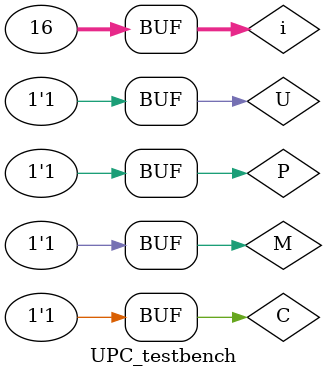
<source format=sv>

module UPC (U,P, C, M, Discounted, Stolen);
	input logic U,P,C,M;
	output logic Discounted,Stolen;
	logic Expensive;
	
	assign Discounted = P | (U & C);
	assign Expensive = ((~P) & U) | (~(P|C));
	assign Stolen = (~M) & Expensive;
	
endmodule

//Test the UPC by a truth table that consist of a total
//of 16 combinations as a binary count from 0 to 15 represented by 
//U, P, C, and M
module UPC_testbench();
	logic U, P, C, M, Discounted, Stolen;
	UPC dut (U, P, C, M, Discounted, Stolen);
	
	integer i;
	initial begin
		for (i=0; i<2**4;i++) begin
		 {U, P, C, M} = i; #10;
		end //for loop
	
	end //initial
endmodule

</source>
